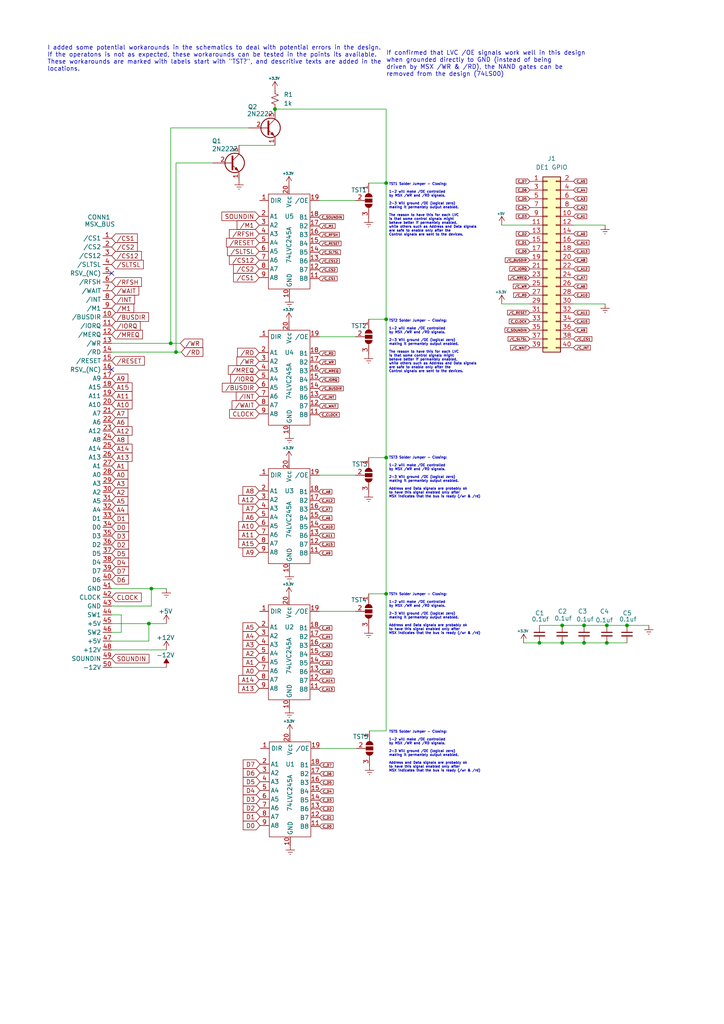
<source format=kicad_sch>
(kicad_sch (version 20211123) (generator eeschema)
  (paper "A4" portrait)
  (title_block (title "MSX IDC Adapter") (rev "0.1") (company "RCC") (comment 1 "Not ready for manufactoring (WIP)"))
  (lib_symbols
    (symbol "74LVC245A_1"
      (property "Reference" "U" (at 0 0 0))
      (property "Value" "74LVC245A_1" (at 0 0 0))
      (symbol "74LVC245A_1_1_1"
        (pin input line (at -67.183 87.63 0) (length 2.54) (name "DIR") (number "1"))
        (pin power_in line (at -58.547 59.436 90) (length 2.54) (name "GND") (number "10"))
        (pin bidirectional line (at -50.038 65.024 180) (length 2.54) (name "B8") (number "11"))
        (pin bidirectional line (at -50.038 67.564 180) (length 2.54) (name "B7") (number "12"))
        (pin bidirectional line (at -50.038 70.104 180) (length 2.54) (name "B6") (number "13"))
        (pin bidirectional line (at -50.038 72.644 180) (length 2.54) (name "B5") (number "14"))
        (pin bidirectional line (at -50.038 75.184 180) (length 2.54) (name "B4") (number "15"))
        (pin bidirectional line (at -50.038 77.724 180) (length 2.54) (name "B3") (number "16"))
        (pin bidirectional line (at -50.038 80.264 180) (length 2.54) (name "B2") (number "17"))
        (pin bidirectional line (at -50.038 82.804 180) (length 2.54) (name "B1") (number "18"))
        (pin input line (at -49.911 87.63 180) (length 2.54) (name "/OE") (number "19"))
        (pin bidirectional line (at -67.31 83.058 0) (length 2.54) (name "A1") (number "2"))
        (pin power_in line (at -58.674 92.075 270) (length 2.54) (name "Vcc") (number "20"))
        (pin bidirectional line (at -67.31 80.518 0) (length 2.54) (name "A2") (number "3"))
        (pin bidirectional line (at -67.31 77.978 0) (length 2.54) (name "A3") (number "4"))
        (pin bidirectional line (at -67.31 75.438 0) (length 2.54) (name "A4") (number "5"))
        (pin bidirectional line (at -67.31 72.898 0) (length 2.54) (name "A5") (number "6"))
        (pin bidirectional line (at -67.31 70.358 0) (length 2.54) (name "A6") (number "7"))
        (pin bidirectional line (at -67.31 67.818 0) (length 2.54) (name "A7") (number "8"))
        (pin bidirectional line (at -67.31 65.278 0) (length 2.54) (name "A8") (number "9"))
      )
    )
    (symbol "74LVC245A_2"
      (property "Reference" "U" (at 0 0 0))
      (property "Value" "74LVC245A_2" (at 0 0 0))
      (symbol "74LVC245A_2_1_1"
        (pin input line (at -67.183 87.63 0) (length 2.54) (name "DIR") (number "1"))
        (pin power_in line (at -58.547 59.436 90) (length 2.54) (name "GND") (number "10"))
        (pin bidirectional line (at -50.038 65.024 180) (length 2.54) (name "B8") (number "11"))
        (pin bidirectional line (at -50.038 67.564 180) (length 2.54) (name "B7") (number "12"))
        (pin bidirectional line (at -50.038 70.104 180) (length 2.54) (name "B6") (number "13"))
        (pin bidirectional line (at -50.038 72.644 180) (length 2.54) (name "B5") (number "14"))
        (pin bidirectional line (at -50.038 75.184 180) (length 2.54) (name "B4") (number "15"))
        (pin bidirectional line (at -50.038 77.724 180) (length 2.54) (name "B3") (number "16"))
        (pin bidirectional line (at -50.038 80.264 180) (length 2.54) (name "B2") (number "17"))
        (pin bidirectional line (at -50.038 82.804 180) (length 2.54) (name "B1") (number "18"))
        (pin input line (at -49.911 87.63 180) (length 2.54) (name "/OE") (number "19"))
        (pin bidirectional line (at -67.31 83.058 0) (length 2.54) (name "A1") (number "2"))
        (pin power_in line (at -58.674 92.075 270) (length 2.54) (name "Vcc") (number "20"))
        (pin bidirectional line (at -67.31 80.518 0) (length 2.54) (name "A2") (number "3"))
        (pin bidirectional line (at -67.31 77.978 0) (length 2.54) (name "A3") (number "4"))
        (pin bidirectional line (at -67.31 75.438 0) (length 2.54) (name "A4") (number "5"))
        (pin bidirectional line (at -67.31 72.898 0) (length 2.54) (name "A5") (number "6"))
        (pin bidirectional line (at -67.31 70.358 0) (length 2.54) (name "A6") (number "7"))
        (pin bidirectional line (at -67.31 67.818 0) (length 2.54) (name "A7") (number "8"))
        (pin bidirectional line (at -67.31 65.278 0) (length 2.54) (name "A8") (number "9"))
      )
    )
    (symbol "74LVC245A_3"
      (property "Reference" "U" (at 0 0 0))
      (property "Value" "74LVC245A_3" (at 0 0 0))
      (symbol "74LVC245A_3_1_1"
        (pin input line (at -67.183 87.63 0) (length 2.54) (name "DIR") (number "1"))
        (pin power_in line (at -58.547 59.436 90) (length 2.54) (name "GND") (number "10"))
        (pin bidirectional line (at -50.038 65.024 180) (length 2.54) (name "B8") (number "11"))
        (pin bidirectional line (at -50.038 67.564 180) (length 2.54) (name "B7") (number "12"))
        (pin bidirectional line (at -50.038 70.104 180) (length 2.54) (name "B6") (number "13"))
        (pin bidirectional line (at -50.038 72.644 180) (length 2.54) (name "B5") (number "14"))
        (pin bidirectional line (at -50.038 75.184 180) (length 2.54) (name "B4") (number "15"))
        (pin bidirectional line (at -50.038 77.724 180) (length 2.54) (name "B3") (number "16"))
        (pin bidirectional line (at -50.038 80.264 180) (length 2.54) (name "B2") (number "17"))
        (pin bidirectional line (at -50.038 82.804 180) (length 2.54) (name "B1") (number "18"))
        (pin input line (at -49.911 87.63 180) (length 2.54) (name "/OE") (number "19"))
        (pin bidirectional line (at -67.31 83.058 0) (length 2.54) (name "A1") (number "2"))
        (pin power_in line (at -58.674 92.075 270) (length 2.54) (name "Vcc") (number "20"))
        (pin bidirectional line (at -67.31 80.518 0) (length 2.54) (name "A2") (number "3"))
        (pin bidirectional line (at -67.31 77.978 0) (length 2.54) (name "A3") (number "4"))
        (pin bidirectional line (at -67.31 75.438 0) (length 2.54) (name "A4") (number "5"))
        (pin bidirectional line (at -67.31 72.898 0) (length 2.54) (name "A5") (number "6"))
        (pin bidirectional line (at -67.31 70.358 0) (length 2.54) (name "A6") (number "7"))
        (pin bidirectional line (at -67.31 67.818 0) (length 2.54) (name "A7") (number "8"))
        (pin bidirectional line (at -67.31 65.278 0) (length 2.54) (name "A8") (number "9"))
      )
    )
    (symbol "74LVC245A_4"
      (property "Reference" "U" (at 0 0 0))
      (property "Value" "74LVC245A_4" (at 0 0 0))
      (symbol "74LVC245A_4_1_1"
        (pin input line (at -67.183 87.63 0) (length 2.54) (name "DIR") (number "1"))
        (pin power_in line (at -58.547 59.436 90) (length 2.54) (name "GND") (number "10"))
        (pin bidirectional line (at -50.038 65.024 180) (length 2.54) (name "B8") (number "11"))
        (pin bidirectional line (at -50.038 67.564 180) (length 2.54) (name "B7") (number "12"))
        (pin bidirectional line (at -50.038 70.104 180) (length 2.54) (name "B6") (number "13"))
        (pin bidirectional line (at -50.038 72.644 180) (length 2.54) (name "B5") (number "14"))
        (pin bidirectional line (at -50.038 75.184 180) (length 2.54) (name "B4") (number "15"))
        (pin bidirectional line (at -50.038 77.724 180) (length 2.54) (name "B3") (number "16"))
        (pin bidirectional line (at -50.038 80.264 180) (length 2.54) (name "B2") (number "17"))
        (pin bidirectional line (at -50.038 82.804 180) (length 2.54) (name "B1") (number "18"))
        (pin input line (at -49.911 87.63 180) (length 2.54) (name "/OE") (number "19"))
        (pin bidirectional line (at -67.31 83.058 0) (length 2.54) (name "A1") (number "2"))
        (pin power_in line (at -58.674 92.075 270) (length 2.54) (name "Vcc") (number "20"))
        (pin bidirectional line (at -67.31 80.518 0) (length 2.54) (name "A2") (number "3"))
        (pin bidirectional line (at -67.31 77.978 0) (length 2.54) (name "A3") (number "4"))
        (pin bidirectional line (at -67.31 75.438 0) (length 2.54) (name "A4") (number "5"))
        (pin bidirectional line (at -67.31 72.898 0) (length 2.54) (name "A5") (number "6"))
        (pin bidirectional line (at -67.31 70.358 0) (length 2.54) (name "A6") (number "7"))
        (pin bidirectional line (at -67.31 67.818 0) (length 2.54) (name "A7") (number "8"))
        (pin bidirectional line (at -67.31 65.278 0) (length 2.54) (name "A8") (number "9"))
      )
    )
    (symbol "Connector_Generic:Conn_02x20_Odd_Even" (pin_names (offset 1.016) hide)
      (property "Reference" "J" (at 1.27 25.4 0))
      (property "Value" "Conn_02x20_Odd_Even" (at 1.27 -27.94 0))
      (symbol "Conn_02x20_Odd_Even_1_1"
        (pin passive line (at -5.08 22.86 0) (length 3.81) (name "Pin_1") (number "1"))
        (pin passive line (at 7.62 12.7 180) (length 3.81) (name "Pin_10") (number "10"))
        (pin passive line (at -5.08 10.16 0) (length 3.81) (name "Pin_11") (number "11"))
        (pin passive line (at 7.62 10.16 180) (length 3.81) (name "Pin_12") (number "12"))
        (pin passive line (at -5.08 7.62 0) (length 3.81) (name "Pin_13") (number "13"))
        (pin passive line (at 7.62 7.62 180) (length 3.81) (name "Pin_14") (number "14"))
        (pin passive line (at -5.08 5.08 0) (length 3.81) (name "Pin_15") (number "15"))
        (pin passive line (at 7.62 5.08 180) (length 3.81) (name "Pin_16") (number "16"))
        (pin passive line (at -5.08 2.54 0) (length 3.81) (name "Pin_17") (number "17"))
        (pin passive line (at 7.62 2.54 180) (length 3.81) (name "Pin_18") (number "18"))
        (pin passive line (at -5.08 0 0) (length 3.81) (name "Pin_19") (number "19"))
        (pin passive line (at 7.62 22.86 180) (length 3.81) (name "Pin_2") (number "2"))
        (pin passive line (at 7.62 0 180) (length 3.81) (name "Pin_20") (number "20"))
        (pin passive line (at -5.08 -2.54 0) (length 3.81) (name "Pin_21") (number "21"))
        (pin passive line (at 7.62 -2.54 180) (length 3.81) (name "Pin_22") (number "22"))
        (pin passive line (at -5.08 -5.08 0) (length 3.81) (name "Pin_23") (number "23"))
        (pin passive line (at 7.62 -5.08 180) (length 3.81) (name "Pin_24") (number "24"))
        (pin passive line (at -5.08 -7.62 0) (length 3.81) (name "Pin_25") (number "25"))
        (pin passive line (at 7.62 -7.62 180) (length 3.81) (name "Pin_26") (number "26"))
        (pin passive line (at -5.08 -10.16 0) (length 3.81) (name "Pin_27") (number "27"))
        (pin passive line (at 7.62 -10.16 180) (length 3.81) (name "Pin_28") (number "28"))
        (pin passive line (at -5.08 -12.7 0) (length 3.81) (name "Pin_29") (number "29"))
        (pin passive line (at -5.08 20.32 0) (length 3.81) (name "Pin_3") (number "3"))
        (pin passive line (at 7.62 -12.7 180) (length 3.81) (name "Pin_30") (number "30"))
        (pin passive line (at -5.08 -15.24 0) (length 3.81) (name "Pin_31") (number "31"))
        (pin passive line (at 7.62 -15.24 180) (length 3.81) (name "Pin_32") (number "32"))
        (pin passive line (at -5.08 -17.78 0) (length 3.81) (name "Pin_33") (number "33"))
        (pin passive line (at 7.62 -17.78 180) (length 3.81) (name "Pin_34") (number "34"))
        (pin passive line (at -5.08 -20.32 0) (length 3.81) (name "Pin_35") (number "35"))
        (pin passive line (at 7.62 -20.32 180) (length 3.81) (name "Pin_36") (number "36"))
        (pin passive line (at -5.08 -22.86 0) (length 3.81) (name "Pin_37") (number "37"))
        (pin passive line (at 7.62 -22.86 180) (length 3.81) (name "Pin_38") (number "38"))
        (pin passive line (at -5.08 -25.4 0) (length 3.81) (name "Pin_39") (number "39"))
        (pin passive line (at 7.62 20.32 180) (length 3.81) (name "Pin_4") (number "4"))
        (pin passive line (at 7.62 -25.4 180) (length 3.81) (name "Pin_40") (number "40"))
        (pin passive line (at -5.08 17.78 0) (length 3.81) (name "Pin_5") (number "5"))
        (pin passive line (at 7.62 17.78 180) (length 3.81) (name "Pin_6") (number "6"))
        (pin passive line (at -5.08 15.24 0) (length 3.81) (name "Pin_7") (number "7"))
        (pin passive line (at 7.62 15.24 180) (length 3.81) (name "Pin_8") (number "8"))
        (pin passive line (at -5.08 12.7 0) (length 3.81) (name "Pin_9") (number "9"))
      )
    )
    (symbol "Device:C_Small" (pin_numbers hide) (pin_names (offset 0.254) hide)
      (property "Reference" "C" (at 0.254 1.778 0))
      (property "Value" "C_Small" (at 0.254 -2.032 0))
      (symbol "C_Small_1_1"
        (pin passive line (at 0 2.54 270) (length 2.032) (name "~") (number "1"))
        (pin passive line (at 0 -2.54 90) (length 2.032) (name "~") (number "2"))
      )
    )
    (symbol "Device:R_Small_US" (pin_numbers hide) (pin_names (offset 0.254) hide)
      (property "Reference" "R" (at 0.762 0.508 0))
      (property "Value" "R_Small_US" (at 0.762 -1.016 0))
      (symbol "R_Small_US_1_1"
        (pin passive line (at 0 2.54 270) (length 1.016) (name "~") (number "1"))
        (pin passive line (at 0 -2.54 90) (length 1.016) (name "~") (number "2"))
      )
    )
    (symbol "Jumper:SolderJumper_3_Open" (pin_names (offset 0) hide)
      (property "Reference" "JP" (at -2.54 -2.54 0))
      (property "Value" "SolderJumper_3_Open" (at 0 2.794 0))
      (symbol "SolderJumper_3_Open_1_1"
        (pin passive line (at -5.08 0 0) (length 2.54) (name "A") (number "1"))
        (pin passive line (at 0 -3.81 90) (length 2.54) (name "C") (number "2"))
        (pin passive line (at 5.08 0 180) (length 2.54) (name "B") (number "3"))
      )
    )
    (symbol "Roni:74LVC245A"
      (property "Reference" "U" (at 0 0 0))
      (property "Value" "74LVC245A" (at 0 0 0))
      (symbol "74LVC245A_1_1"
        (pin input line (at -67.183 87.63 0) (length 2.54) (name "DIR") (number "1"))
        (pin power_in line (at -58.547 59.436 90) (length 2.54) (name "GND") (number "10"))
        (pin bidirectional line (at -50.038 65.024 180) (length 2.54) (name "B8") (number "11"))
        (pin bidirectional line (at -50.038 67.564 180) (length 2.54) (name "B7") (number "12"))
        (pin bidirectional line (at -50.038 70.104 180) (length 2.54) (name "B6") (number "13"))
        (pin bidirectional line (at -50.038 72.644 180) (length 2.54) (name "B5") (number "14"))
        (pin bidirectional line (at -50.038 75.184 180) (length 2.54) (name "B4") (number "15"))
        (pin bidirectional line (at -50.038 77.724 180) (length 2.54) (name "B3") (number "16"))
        (pin bidirectional line (at -50.038 80.264 180) (length 2.54) (name "B2") (number "17"))
        (pin bidirectional line (at -50.038 82.804 180) (length 2.54) (name "B1") (number "18"))
        (pin input line (at -49.911 87.63 180) (length 2.54) (name "/OE") (number "19"))
        (pin bidirectional line (at -67.31 83.058 0) (length 2.54) (name "A1") (number "2"))
        (pin power_in line (at -58.674 92.075 270) (length 2.54) (name "Vcc") (number "20"))
        (pin bidirectional line (at -67.31 80.518 0) (length 2.54) (name "A2") (number "3"))
        (pin bidirectional line (at -67.31 77.978 0) (length 2.54) (name "A3") (number "4"))
        (pin bidirectional line (at -67.31 75.438 0) (length 2.54) (name "A4") (number "5"))
        (pin bidirectional line (at -67.31 72.898 0) (length 2.54) (name "A5") (number "6"))
        (pin bidirectional line (at -67.31 70.358 0) (length 2.54) (name "A6") (number "7"))
        (pin bidirectional line (at -67.31 67.818 0) (length 2.54) (name "A7") (number "8"))
        (pin bidirectional line (at -67.31 65.278 0) (length 2.54) (name "A8") (number "9"))
      )
    )
    (symbol "Roni:MSX_BUS"
      (property "Reference" "U" (at 0 0 0))
      (property "Value" "MSX_BUS" (at 0 0 0))
      (symbol "MSX_BUS_1_1"
        (pin output line (at -67.945 88.392 180) (length 2.54) (name "/CS1") (number "1"))
        (pin output line (at -67.945 65.532 180) (length 2.54) (name "/BUSDIR") (number "10"))
        (pin output line (at -67.945 62.992 180) (length 2.54) (name "/IORQ") (number "11"))
        (pin output line (at -67.945 60.452 180) (length 2.54) (name "/MERQ") (number "12"))
        (pin output line (at -67.945 57.912 180) (length 2.54) (name "/WR") (number "13"))
        (pin output line (at -67.945 55.372 180) (length 2.54) (name "/RD") (number "14"))
        (pin input line (at -67.945 52.832 180) (length 2.54) (name "/RESET") (number "15"))
        (pin output line (at -67.945 50.292 180) (length 2.54) (name "RSV_(NC)") (number "16"))
        (pin output line (at -67.945 47.752 180) (length 2.54) (name "A9") (number "17"))
        (pin output line (at -67.945 45.212 180) (length 2.54) (name "A15") (number "18"))
        (pin output line (at -67.945 42.672 180) (length 2.54) (name "A11") (number "19"))
        (pin output line (at -67.945 85.852 180) (length 2.54) (name "/CS2") (number "2"))
        (pin output line (at -67.945 40.132 180) (length 2.54) (name "A10") (number "20"))
        (pin output line (at -67.945 37.592 180) (length 2.54) (name "A7") (number "21"))
        (pin output line (at -67.945 35.052 180) (length 2.54) (name "A6") (number "22"))
        (pin output line (at -67.945 32.512 180) (length 2.54) (name "A12") (number "23"))
        (pin output line (at -67.945 29.972 180) (length 2.54) (name "A8") (number "24"))
        (pin output line (at -67.945 27.432 180) (length 2.54) (name "A14") (number "25"))
        (pin output line (at -67.945 24.892 180) (length 2.54) (name "A13") (number "26"))
        (pin output line (at -67.945 22.352 180) (length 2.54) (name "A1") (number "27"))
        (pin output line (at -67.945 19.812 180) (length 2.54) (name "A0") (number "28"))
        (pin output line (at -67.945 17.272 180) (length 2.54) (name "A3") (number "29"))
        (pin output line (at -67.945 83.312 180) (length 2.54) (name "/CS12") (number "3"))
        (pin output line (at -67.945 14.732 180) (length 2.54) (name "A2") (number "30"))
        (pin output line (at -67.945 12.192 180) (length 2.54) (name "A5") (number "31"))
        (pin output line (at -67.945 9.652 180) (length 2.54) (name "A4") (number "32"))
        (pin output line (at -67.945 7.112 180) (length 2.54) (name "D1") (number "33"))
        (pin output line (at -67.945 4.572 180) (length 2.54) (name "D0") (number "34"))
        (pin output line (at -67.945 2.032 180) (length 2.54) (name "D3") (number "35"))
        (pin output line (at -67.945 -0.508 180) (length 2.54) (name "D2") (number "36"))
        (pin output line (at -67.945 -3.048 180) (length 2.54) (name "D5") (number "37"))
        (pin output line (at -67.945 -5.588 180) (length 2.54) (name "D4") (number "38"))
        (pin output line (at -67.945 -8.128 180) (length 2.54) (name "D7") (number "39"))
        (pin output line (at -67.945 80.772 180) (length 2.54) (name "/SLTSL") (number "4"))
        (pin output line (at -67.945 -10.668 180) (length 2.54) (name "D6") (number "40"))
        (pin output line (at -67.945 -13.208 180) (length 2.54) (name "GND") (number "41"))
        (pin output line (at -67.945 -15.748 180) (length 2.54) (name "CLOCK") (number "42"))
        (pin output line (at -67.945 -18.288 180) (length 2.54) (name "GND") (number "43"))
        (pin output line (at -67.945 -20.828 180) (length 2.54) (name "SW1") (number "44"))
        (pin output line (at -67.945 -23.368 180) (length 2.54) (name "+5V") (number "45"))
        (pin output line (at -67.945 -25.908 180) (length 2.54) (name "SW2") (number "46"))
        (pin output line (at -67.945 -28.448 180) (length 2.54) (name "+5V") (number "47"))
        (pin output line (at -67.945 -30.988 180) (length 2.54) (name "+12V") (number "48"))
        (pin output line (at -67.945 -33.528 180) (length 2.54) (name "SOUNDIN") (number "49"))
        (pin output line (at -67.945 78.232 180) (length 2.54) (name "RSV_(NC)") (number "5"))
        (pin output line (at -67.945 -36.068 180) (length 2.54) (name "-12V") (number "50"))
        (pin output line (at -67.945 75.692 180) (length 2.54) (name "/RFSH") (number "6"))
        (pin output line (at -67.945 73.152 180) (length 2.54) (name "/WAIT") (number "7"))
        (pin output line (at -67.945 70.612 180) (length 2.54) (name "/INT") (number "8"))
        (pin output line (at -67.945 68.072 180) (length 2.54) (name "/M1") (number "9"))
      )
    )
    (symbol "Transistor_BJT:2N2219" (pin_names (offset 0) hide)
      (property "Reference" "Q" (at 5.08 1.905 0))
      (property "Value" "2N2219" (at 5.08 0 0))
      (symbol "2N2219_1_1"
        (pin passive line (at 2.54 -5.08 90) (length 2.54) (name "E") (number "1"))
        (pin passive line (at -5.08 0 0) (length 5.715) (name "B") (number "2"))
        (pin passive line (at 2.54 5.08 270) (length 2.54) (name "C") (number "3"))
      )
    )
    (symbol "power:+12V" (power) (pin_names (offset 0))
      (property "Value" "+12V" (at 0 3.556 0))
      (symbol "+12V_1_1"
        (pin power_in line (at 0 0 90) (length 0) hide (name "+12V") (number "1"))
      )
    )
    (symbol "power:+3.3V" (power) (pin_names (offset 0))
      (property "Value" "+3.3V" (at 0 3.556 0))
      (symbol "+3.3V_1_1"
        (pin power_in line (at 0 0 90) (length 0) hide (name "+3.3V") (number "1"))
      )
    )
    (symbol "power:+5V" (power) (pin_names (offset 0))
      (property "Value" "+5V" (at 0 3.556 0))
      (symbol "+5V_1_1"
        (pin power_in line (at 0 0 90) (length 0) hide (name "+5V") (number "1"))
      )
    )
    (symbol "power:-12V" (power) (pin_names (offset 0))
      (property "Value" "-12V" (at 0 3.81 0))
      (symbol "-12V_0_0"
        (pin power_in line (at 0 0 90) (length 0) hide (name "-12V") (number "1"))
      )
    )
    (symbol "power:GNDREF" (power) (pin_names (offset 0))
      (property "Value" "GNDREF" (at 0 -3.81 0))
      (symbol "GNDREF_1_1"
        (pin power_in line (at 0 0 270) (length 0) hide (name "GNDREF") (number "1"))
      )
    )
  )
  (junction (at 163.068 181.356))
  (junction (at 176.022 181.356))
  (junction (at 169.418 181.356))
  (junction (at 112.014 92.583))
  (junction (at 43.18 180.848))
  (junction (at 79.756 31.6399))
  (junction (at 169.418 186.436))
  (junction (at 181.864 181.356))
  (junction (at 49.53 99.568))
  (junction (at 112.014 53.086))
  (junction (at 112.014 132.715))
  (junction (at 51.054 102.108))
  (junction (at 163.068 186.436))
  (junction (at 156.464 186.436))
  (junction (at 112.014 172.212))
  (junction (at 43.9077 170.688))
  (junction (at 176.022 186.436))
  (no_connect (at 32.385 79.248))
  (no_connect (at 32.385 107.188))
  (wire (pts (xy 49.53 99.568) (xy 49.53 37.084)))
  (wire (pts (xy 43.18 180.848) (xy 43.18 185.928)))
  (wire (pts (xy 112.014 31.6399) (xy 112.014 53.086)))
  (wire (pts (xy 145.542 65.278) (xy 153.67 65.278)))
  (wire (pts (xy 112.014 92.583) (xy 112.014 132.715)))
  (wire (pts (xy 106.934 53.086) (xy 112.014 53.086)))
  (wire (pts (xy 49.53 37.084) (xy 72.136 37.084)))
  (wire (pts (xy 145.542 88.138) (xy 153.67 88.138)))
  (wire (pts (xy 69.342 42.164) (xy 79.756 42.164)))
  (wire (pts (xy 176.022 181.356) (xy 181.864 181.356)))
  (wire (pts (xy 43.9077 175.768) (xy 43.9077 170.688)))
  (wire (pts (xy 43.9077 170.688) (xy 48.26 170.688)))
  (wire (pts (xy 169.418 181.356) (xy 176.022 181.356)))
  (wire (pts (xy 176.022 186.436) (xy 181.864 186.436)))
  (wire (pts (xy 79.756 31.242) (xy 79.756 31.6399)))
  (wire (pts (xy 92.583 58.166) (xy 103.124 58.166)))
  (wire (pts (xy 112.014 31.6399) (xy 79.756 31.6399)))
  (wire (pts (xy 156.464 181.356) (xy 163.068 181.356)))
  (wire (pts (xy 166.37 65.278) (xy 175.514 65.278)))
  (wire (pts (xy 51.054 102.108) (xy 52.578 102.108)))
  (wire (pts (xy 163.068 181.356) (xy 169.418 181.356)))
  (wire (pts (xy 112.014 132.715) (xy 112.014 172.212)))
  (wire (pts (xy 106.934 172.212) (xy 112.014 172.212)))
  (wire (pts (xy 32.385 193.548) (xy 48.26 193.548)))
  (wire (pts (xy 92.583 97.663) (xy 103.124 97.663)))
  (wire (pts (xy 51.054 47.244) (xy 51.054 102.108)))
  (wire (pts (xy 181.864 181.356) (xy 188.214 181.356)))
  (wire (pts (xy 106.934 92.583) (xy 112.014 92.583)))
  (wire (pts (xy 32.385 188.468) (xy 48.26 188.468)))
  (wire (pts (xy 166.37 88.138) (xy 175.514 88.138)))
  (wire (pts (xy 35.1862 183.388) (xy 32.385 183.388)))
  (wire (pts (xy 32.385 178.308) (xy 35.1862 178.308)))
  (wire (pts (xy 32.385 99.568) (xy 49.53 99.568)))
  (wire (pts (xy 61.722 47.244) (xy 51.054 47.244)))
  (wire (pts (xy 43.18 180.848) (xy 48.26 180.848)))
  (wire (pts (xy 112.014 172.212) (xy 112.014 211.963)))
  (wire (pts (xy 92.583 177.292) (xy 103.124 177.292)))
  (wire (pts (xy 112.014 211.963) (xy 107.188 211.963)))
  (wire (pts (xy 163.068 186.436) (xy 169.418 186.436)))
  (wire (pts (xy 92.583 137.795) (xy 103.124 137.795)))
  (wire (pts (xy 32.385 175.768) (xy 43.9077 175.768)))
  (wire (pts (xy 79.756 31.6399) (xy 79.756 32.004)))
  (wire (pts (xy 32.385 170.688) (xy 43.9077 170.688)))
  (wire (pts (xy 32.385 185.928) (xy 43.18 185.928)))
  (wire (pts (xy 49.53 99.568) (xy 52.324 99.568)))
  (wire (pts (xy 32.385 180.848) (xy 43.18 180.848)))
  (wire (pts (xy 151.892 186.436) (xy 156.464 186.436)))
  (wire (pts (xy 35.1862 178.308) (xy 35.1862 183.388)))
  (wire (pts (xy 156.464 186.436) (xy 163.068 186.436)))
  (wire (pts (xy 112.014 53.086) (xy 112.014 92.583)))
  (wire (pts (xy 32.385 102.108) (xy 51.054 102.108)))
  (wire (pts (xy 106.934 132.715) (xy 112.014 132.715)))
  (wire (pts (xy 169.418 186.436) (xy 176.022 186.436)))
  (wire (pts (xy 92.837 217.043) (xy 103.378 217.043)))
  (text "I added some potential workarounds in the schematics to deal with potential errors in the design.\nIf the operatons is not as expected, these workarounds can be tested in the points its available.\nThese workarounds are marked with labels start with \"TST?\", and descritive texts are added in the\nlocations." (at 13.716 20.828 0) (effects (font (size 1.27 1.27)) (justify left bottom)))
  (text "TST4 Solder Jumper - Closing:\n\n1-2 will make /OE controlled\nby MSX /WR and /RD signals.\n\n2-3 Will ground /OE (logical zero)\nmaking it permantely output enabled.\n\nAddress and Data signals are probably ok\nto have this signal enabled only after \nMSX indicates that the bus is ready (/wr & /rd)" (at 112.776 184.15 0) (effects (font (size 0.7 0.7)) (justify left bottom)))
  (text "If confirmed that LVC /OE signals work well in this design \nwhen grounded directly to GND (instead of being\ndriven by MSX /WR & /RD), the NAND gates can be\nremoved from the design (74LS00)" (at 112.014 22.352 0) (effects (font (size 1.27 1.27)) (justify left bottom)))
  (text "TST1 Solder Jumper - Closing:\n\n1-2 will make /OE controlled\nby MSX /WR and /RD signals.\n\n2-3 Will ground /OE (logical zero)\nmaking it permantely output enabled.\n\nThe reason to have this for each LVC \nis that some control signals might \nbehave better if permantely enabled,\nwhile others such as Address and Data signals\nare safe to enable only after the \nControl signals are sent to the devices." (at 112.776 68.58 0) (effects (font (size 0.7 0.7)) (justify left bottom)))
  (text "TST3 Solder Jumper - Closing:\n\n1-2 will make /OE controlled\nby MSX /WR and /RD signals.\n\n2-3 Will ground /OE (logical zero)\nmaking it permantely output enabled.\n\nAddress and Data signals are probably ok\nto have this signal enabled only after \nMSX indicates that the bus is ready (/wr & /rd)" (at 112.776 144.526 0) (effects (font (size 0.7 0.7)) (justify left bottom)))
  (text "TST2 Solder Jumper - Closing:\n\n1-2 will make /OE controlled\nby MSX /WR and /RD signals.\n\n2-3 Will ground /OE (logical zero)\nmaking it permantely output enabled.\n\nThe reason to have this for each LVC \nis that some control signals might \nbehave better if permantely enabled,\nwhile others such as Address and Data signals\nare safe to enable only after the \nControl signals are sent to the devices." (at 112.776 108.204 0) (effects (font (size 0.7 0.7)) (justify left bottom)))
  (text "TST5 Solder Jumper - Closing:\n\n1-2 will make /OE controlled\nby MSX /WR and /RD signals.\n\n2-3 Will ground /OE (logical zero)\nmaking it permantely output enabled.\n\nAddress and Data signals are probably ok\nto have this signal enabled only after \nMSX indicates that the bus is ready (/wr & /rd)" (at 112.776 224.028 0) (effects (font (size 0.7 0.7)) (justify left bottom)))
  (global_label "C_D5" (shape input) (at 153.67 57.658 180) (effects (font (size 0.7 0.7))) (property "Intersheet References" "${INTERSHEET_REFS}" (effects hide)))
  (global_label "{slash}C_RFSH" (shape input) (at 92.456 68.072 0) (effects (font (size 0.7 0.7))) (property "Intersheet References" "${INTERSHEET_REFS}" (effects hide)))
  (global_label "D4" (shape input) (at 32.385 163.068 0) (property "Intersheet References" "${INTERSHEET_REFS}" (effects hide)))
  (global_label "A9" (shape input) (at 75.184 160.147 180) (property "Intersheet References" "${INTERSHEET_REFS}" (effects hide)))
  (global_label "{slash}MREQ" (shape input) (at 75.184 107.315 180) (property "Intersheet References" "${INTERSHEET_REFS}" (effects hide)))
  (global_label "{slash}C_RD" (shape input) (at 92.456 102.489 0) (effects (font (size 0.7 0.7))) (property "Intersheet References" "${INTERSHEET_REFS}" (effects hide)))
  (global_label "C_A13" (shape input) (at 92.456 199.898 0) (effects (font (size 0.7 0.7))) (property "Intersheet References" "${INTERSHEET_REFS}" (effects hide)))
  (global_label "{slash}C_CS1" (shape input) (at 92.456 80.772 0) (effects (font (size 0.7 0.7))) (property "Intersheet References" "${INTERSHEET_REFS}" (effects hide)))
  (global_label "A11" (shape input) (at 32.385 114.808 0) (property "Intersheet References" "${INTERSHEET_REFS}" (effects hide)))
  (global_label "C_A6" (shape input) (at 92.456 150.241 0) (effects (font (size 0.7 0.7))) (property "Intersheet References" "${INTERSHEET_REFS}" (effects hide)))
  (global_label "C_A7" (shape input) (at 166.37 80.518 0) (effects (font (size 0.7 0.7))) (property "Intersheet References" "${INTERSHEET_REFS}" (effects hide)))
  (global_label "C_A4" (shape input) (at 166.37 55.118 0) (effects (font (size 0.7 0.7))) (property "Intersheet References" "${INTERSHEET_REFS}" (effects hide)))
  (global_label "{slash}WAIT" (shape input) (at 32.385 84.328 0) (property "Intersheet References" "${INTERSHEET_REFS}" (effects hide)))
  (global_label "D5" (shape input) (at 32.385 160.528 0) (property "Intersheet References" "${INTERSHEET_REFS}" (effects hide)))
  (global_label "{slash}C_RD" (shape input) (at 153.67 85.598 180) (effects (font (size 0.7 0.7))) (property "Intersheet References" "${INTERSHEET_REFS}" (effects hide)))
  (global_label "D5" (shape input) (at 75.438 226.695 180) (property "Intersheet References" "${INTERSHEET_REFS}" (effects hide)))
  (global_label "C_A0" (shape input) (at 166.37 67.818 0) (effects (font (size 0.7 0.7))) (property "Intersheet References" "${INTERSHEET_REFS}" (effects hide)))
  (global_label "C_A2" (shape input) (at 166.37 60.198 0) (effects (font (size 0.7 0.7))) (property "Intersheet References" "${INTERSHEET_REFS}" (effects hide)))
  (global_label "A13" (shape input) (at 32.385 132.588 0) (property "Intersheet References" "${INTERSHEET_REFS}" (effects hide)))
  (global_label "C_D0" (shape input) (at 92.71 239.649 0) (effects (font (size 0.7 0.7))) (property "Intersheet References" "${INTERSHEET_REFS}" (effects hide)))
  (global_label "C_D0" (shape input) (at 153.67 72.898 180) (effects (font (size 0.7 0.7))) (property "Intersheet References" "${INTERSHEET_REFS}" (effects hide)))
  (global_label "C_SOUNDIN" (shape input) (at 92.456 62.992 0) (effects (font (size 0.7 0.7))) (property "Intersheet References" "${INTERSHEET_REFS}" (effects hide)))
  (global_label "{slash}C_SLTSL" (shape input) (at 92.456 73.152 0) (effects (font (size 0.7 0.7))) (property "Intersheet References" "${INTERSHEET_REFS}" (effects hide)))
  (global_label "{slash}MREQ" (shape input) (at 32.385 97.028 0) (property "Intersheet References" "${INTERSHEET_REFS}" (effects hide)))
  (global_label "{slash}RFSH" (shape input) (at 75.184 67.818 180) (property "Intersheet References" "${INTERSHEET_REFS}" (effects hide)))
  (global_label "C_D7" (shape input) (at 92.71 221.869 0) (effects (font (size 0.7 0.7))) (property "Intersheet References" "${INTERSHEET_REFS}" (effects hide)))
  (global_label "{slash}CS2" (shape input) (at 32.385 71.628 0) (property "Intersheet References" "${INTERSHEET_REFS}" (effects hide)))
  (global_label "D7" (shape input) (at 32.385 165.608 0) (property "Intersheet References" "${INTERSHEET_REFS}" (effects hide)))
  (global_label "A5" (shape input) (at 32.385 145.288 0) (property "Intersheet References" "${INTERSHEET_REFS}" (effects hide)))
  (global_label "{slash}C_WR" (shape input) (at 92.456 105.029 0) (effects (font (size 0.7 0.7))) (property "Intersheet References" "${INTERSHEET_REFS}" (effects hide)))
  (global_label "C_A12" (shape input) (at 92.456 145.161 0) (effects (font (size 0.7 0.7))) (property "Intersheet References" "${INTERSHEET_REFS}" (effects hide)))
  (global_label "{slash}BUSDIR" (shape input) (at 75.184 112.395 180) (property "Intersheet References" "${INTERSHEET_REFS}" (effects hide)))
  (global_label "A1" (shape input) (at 75.184 192.024 180) (property "Intersheet References" "${INTERSHEET_REFS}" (effects hide)))
  (global_label "C_A10" (shape input) (at 166.37 85.598 0) (effects (font (size 0.7 0.7))) (property "Intersheet References" "${INTERSHEET_REFS}" (effects hide)))
  (global_label "C_A9" (shape input) (at 166.37 95.758 0) (effects (font (size 0.7 0.7))) (property "Intersheet References" "${INTERSHEET_REFS}" (effects hide)))
  (global_label "{slash}RD" (shape input) (at 52.578 102.108 0) (property "Intersheet References" "${INTERSHEET_REFS}" (effects hide)))
  (global_label "A7" (shape input) (at 32.385 119.888 0) (property "Intersheet References" "${INTERSHEET_REFS}" (effects hide)))
  (global_label "A10" (shape input) (at 75.184 152.527 180) (property "Intersheet References" "${INTERSHEET_REFS}" (effects hide)))
  (global_label "{slash}CS2" (shape input) (at 75.184 77.978 180) (property "Intersheet References" "${INTERSHEET_REFS}" (effects hide)))
  (global_label "C_D5" (shape input) (at 92.71 226.949 0) (effects (font (size 0.7 0.7))) (property "Intersheet References" "${INTERSHEET_REFS}" (effects hide)))
  (global_label "C_A8" (shape input) (at 92.456 142.621 0) (effects (font (size 0.7 0.7))) (property "Intersheet References" "${INTERSHEET_REFS}" (effects hide)))
  (global_label "C_A8" (shape input) (at 166.37 75.438 0) (effects (font (size 0.7 0.7))) (property "Intersheet References" "${INTERSHEET_REFS}" (effects hide)))
  (global_label "D6" (shape input) (at 75.438 224.155 180) (property "Intersheet References" "${INTERSHEET_REFS}" (effects hide)))
  (global_label "D3" (shape input) (at 75.438 231.775 180) (property "Intersheet References" "${INTERSHEET_REFS}" (effects hide)))
  (global_label "D0" (shape input) (at 75.438 239.395 180) (property "Intersheet References" "${INTERSHEET_REFS}" (effects hide)))
  (global_label "C_A15" (shape input) (at 166.37 93.218 0) (effects (font (size 0.7 0.7))) (property "Intersheet References" "${INTERSHEET_REFS}" (effects hide)))
  (global_label "C_D2" (shape input) (at 92.71 234.569 0) (effects (font (size 0.7 0.7))) (property "Intersheet References" "${INTERSHEET_REFS}" (effects hide)))
  (global_label "C_CLOCK" (shape input) (at 92.456 120.269 0) (effects (font (size 0.7 0.7))) (property "Intersheet References" "${INTERSHEET_REFS}" (effects hide)))
  (global_label "A9" (shape input) (at 32.385 109.728 0) (property "Intersheet References" "${INTERSHEET_REFS}" (effects hide)))
  (global_label "{slash}C_MREQ" (shape input) (at 153.67 80.518 180) (effects (font (size 0.7 0.7))) (property "Intersheet References" "${INTERSHEET_REFS}" (effects hide)))
  (global_label "C_A3" (shape input) (at 166.37 57.658 0) (effects (font (size 0.7 0.7))) (property "Intersheet References" "${INTERSHEET_REFS}" (effects hide)))
  (global_label "A15" (shape input) (at 75.184 157.607 180) (property "Intersheet References" "${INTERSHEET_REFS}" (effects hide)))
  (global_label "C_D3" (shape input) (at 153.67 62.738 180) (effects (font (size 0.7 0.7))) (property "Intersheet References" "${INTERSHEET_REFS}" (effects hide)))
  (global_label "A12" (shape input) (at 32.385 124.968 0) (property "Intersheet References" "${INTERSHEET_REFS}" (effects hide)))
  (global_label "C_A6" (shape input) (at 166.37 83.058 0) (effects (font (size 0.7 0.7))) (property "Intersheet References" "${INTERSHEET_REFS}" (effects hide)))
  (global_label "C_A12" (shape input) (at 166.37 77.978 0) (effects (font (size 0.7 0.7))) (property "Intersheet References" "${INTERSHEET_REFS}" (effects hide)))
  (global_label "CLOCK" (shape input) (at 75.184 120.015 180) (property "Intersheet References" "${INTERSHEET_REFS}" (effects hide)))
  (global_label "C_A4" (shape input) (at 92.456 184.658 0) (effects (font (size 0.7 0.7))) (property "Intersheet References" "${INTERSHEET_REFS}" (effects hide)))
  (global_label "C_A2" (shape input) (at 92.456 189.738 0) (effects (font (size 0.7 0.7))) (property "Intersheet References" "${INTERSHEET_REFS}" (effects hide)))
  (global_label "{slash}C_INT" (shape input) (at 166.37 100.838 0) (effects (font (size 0.7 0.7))) (property "Intersheet References" "${INTERSHEET_REFS}" (effects hide)))
  (global_label "{slash}CS12" (shape input) (at 75.184 75.438 180) (property "Intersheet References" "${INTERSHEET_REFS}" (effects hide)))
  (global_label "{slash}WR" (shape input) (at 75.184 104.775 180) (property "Intersheet References" "${INTERSHEET_REFS}" (effects hide)))
  (global_label "A6" (shape input) (at 75.184 149.987 180) (property "Intersheet References" "${INTERSHEET_REFS}" (effects hide)))
  (global_label "{slash}M1" (shape input) (at 32.385 89.408 0) (property "Intersheet References" "${INTERSHEET_REFS}" (effects hide)))
  (global_label "{slash}CS1" (shape input) (at 32.385 69.088 0) (property "Intersheet References" "${INTERSHEET_REFS}" (effects hide)))
  (global_label "C_D2" (shape input) (at 153.67 67.818 180) (effects (font (size 0.7 0.7))) (property "Intersheet References" "${INTERSHEET_REFS}" (effects hide)))
  (global_label "A6" (shape input) (at 32.385 122.428 0) (property "Intersheet References" "${INTERSHEET_REFS}" (effects hide)))
  (global_label "A3" (shape input) (at 75.184 186.944 180) (property "Intersheet References" "${INTERSHEET_REFS}" (effects hide)))
  (global_label "D6" (shape input) (at 32.385 168.148 0) (property "Intersheet References" "${INTERSHEET_REFS}" (effects hide)))
  (global_label "A11" (shape input) (at 75.184 155.067 180) (property "Intersheet References" "${INTERSHEET_REFS}" (effects hide)))
  (global_label "{slash}CS12" (shape input) (at 32.385 74.168 0) (property "Intersheet References" "${INTERSHEET_REFS}" (effects hide)))
  (global_label "D0" (shape input) (at 32.385 152.908 0) (property "Intersheet References" "${INTERSHEET_REFS}" (effects hide)))
  (global_label "C_A11" (shape input) (at 92.456 155.321 0) (effects (font (size 0.7 0.7))) (property "Intersheet References" "${INTERSHEET_REFS}" (effects hide)))
  (global_label "A14" (shape input) (at 75.184 197.104 180) (property "Intersheet References" "${INTERSHEET_REFS}" (effects hide)))
  (global_label "{slash}WR" (shape input) (at 52.324 99.568 0) (property "Intersheet References" "${INTERSHEET_REFS}" (effects hide)))
  (global_label "{slash}C_MREQ" (shape input) (at 92.456 107.569 0) (effects (font (size 0.7 0.7))) (property "Intersheet References" "${INTERSHEET_REFS}" (effects hide)))
  (global_label "C_D3" (shape input) (at 92.71 232.029 0) (effects (font (size 0.7 0.7))) (property "Intersheet References" "${INTERSHEET_REFS}" (effects hide)))
  (global_label "A3" (shape input) (at 32.385 140.208 0) (property "Intersheet References" "${INTERSHEET_REFS}" (effects hide)))
  (global_label "CLOCK" (shape input) (at 32.385 173.228 0) (property "Intersheet References" "${INTERSHEET_REFS}" (effects hide)))
  (global_label "A2" (shape input) (at 32.385 142.748 0) (property "Intersheet References" "${INTERSHEET_REFS}" (effects hide)))
  (global_label "{slash}C_INT" (shape input) (at 92.456 115.189 0) (effects (font (size 0.7 0.7))) (property "Intersheet References" "${INTERSHEET_REFS}" (effects hide)))
  (global_label "A15" (shape input) (at 32.385 112.268 0) (property "Intersheet References" "${INTERSHEET_REFS}" (effects hide)))
  (global_label "A0" (shape input) (at 75.184 194.564 180) (property "Intersheet References" "${INTERSHEET_REFS}" (effects hide)))
  (global_label "A8" (shape input) (at 75.184 142.367 180) (property "Intersheet References" "${INTERSHEET_REFS}" (effects hide)))
  (global_label "C_A0" (shape input) (at 92.456 194.818 0) (effects (font (size 0.7 0.7))) (property "Intersheet References" "${INTERSHEET_REFS}" (effects hide)))
  (global_label "D2" (shape input) (at 75.438 234.315 180) (property "Intersheet References" "${INTERSHEET_REFS}" (effects hide)))
  (global_label "A10" (shape input) (at 32.385 117.348 0) (property "Intersheet References" "${INTERSHEET_REFS}" (effects hide)))
  (global_label "A14" (shape input) (at 32.385 130.048 0) (property "Intersheet References" "${INTERSHEET_REFS}" (effects hide)))
  (global_label "{slash}C_RESET" (shape input) (at 92.456 70.612 0) (effects (font (size 0.7 0.7))) (property "Intersheet References" "${INTERSHEET_REFS}" (effects hide)))
  (global_label "A5" (shape input) (at 75.184 181.864 180) (property "Intersheet References" "${INTERSHEET_REFS}" (effects hide)))
  (global_label "{slash}BUSDIR" (shape input) (at 32.385 91.948 0) (property "Intersheet References" "${INTERSHEET_REFS}" (effects hide)))
  (global_label "{slash}C_M1" (shape input) (at 92.456 65.532 0) (effects (font (size 0.7 0.7))) (property "Intersheet References" "${INTERSHEET_REFS}" (effects hide)))
  (global_label "{slash}IORQ" (shape input) (at 75.184 109.855 180) (property "Intersheet References" "${INTERSHEET_REFS}" (effects hide)))
  (global_label "{slash}C_BUSDIR" (shape input) (at 153.67 75.438 180) (effects (font (size 0.7 0.7))) (property "Intersheet References" "${INTERSHEET_REFS}" (effects hide)))
  (global_label "C_D1" (shape input) (at 153.67 70.358 180) (effects (font (size 0.7 0.7))) (property "Intersheet References" "${INTERSHEET_REFS}" (effects hide)))
  (global_label "C_A1" (shape input) (at 166.37 62.738 0) (effects (font (size 0.7 0.7))) (property "Intersheet References" "${INTERSHEET_REFS}" (effects hide)))
  (global_label "C_D4" (shape input) (at 92.71 229.489 0) (effects (font (size 0.7 0.7))) (property "Intersheet References" "${INTERSHEET_REFS}" (effects hide)))
  (global_label "{slash}WAIT" (shape input) (at 75.184 117.475 180) (property "Intersheet References" "${INTERSHEET_REFS}" (effects hide)))
  (global_label "{slash}RESET" (shape input) (at 75.184 70.358 180) (property "Intersheet References" "${INTERSHEET_REFS}" (effects hide)))
  (global_label "A12" (shape input) (at 75.184 144.907 180) (property "Intersheet References" "${INTERSHEET_REFS}" (effects hide)))
  (global_label "C_D7" (shape input) (at 153.67 52.578 180) (effects (font (size 0.7 0.7))) (property "Intersheet References" "${INTERSHEET_REFS}" (effects hide)))
  (global_label "{slash}C_CS12" (shape input) (at 92.456 75.692 0) (effects (font (size 0.7 0.7))) (property "Intersheet References" "${INTERSHEET_REFS}" (effects hide)))
  (global_label "{slash}RFSH" (shape input) (at 32.385 81.788 0) (property "Intersheet References" "${INTERSHEET_REFS}" (effects hide)))
  (global_label "C_A1" (shape input) (at 92.456 192.278 0) (effects (font (size 0.7 0.7))) (property "Intersheet References" "${INTERSHEET_REFS}" (effects hide)))
  (global_label "A0" (shape input) (at 32.385 137.668 0) (property "Intersheet References" "${INTERSHEET_REFS}" (effects hide)))
  (global_label "{slash}C_RESET" (shape input) (at 153.67 90.678 180) (effects (font (size 0.7 0.7))) (property "Intersheet References" "${INTERSHEET_REFS}" (effects hide)))
  (global_label "D7" (shape input) (at 75.438 221.615 180) (property "Intersheet References" "${INTERSHEET_REFS}" (effects hide)))
  (global_label "C_A7" (shape input) (at 92.456 147.701 0) (effects (font (size 0.7 0.7))) (property "Intersheet References" "${INTERSHEET_REFS}" (effects hide)))
  (global_label "{slash}RESET" (shape input) (at 32.385 104.648 0) (property "Intersheet References" "${INTERSHEET_REFS}" (effects hide)))
  (global_label "{slash}C_WR" (shape input) (at 153.67 83.058 180) (effects (font (size 0.7 0.7))) (property "Intersheet References" "${INTERSHEET_REFS}" (effects hide)))
  (global_label "A2" (shape input) (at 75.184 189.484 180) (property "Intersheet References" "${INTERSHEET_REFS}" (effects hide)))
  (global_label "C_D1" (shape input) (at 92.71 237.109 0) (effects (font (size 0.7 0.7))) (property "Intersheet References" "${INTERSHEET_REFS}" (effects hide)))
  (global_label "C_A10" (shape input) (at 92.456 152.781 0) (effects (font (size 0.7 0.7))) (property "Intersheet References" "${INTERSHEET_REFS}" (effects hide)))
  (global_label "A13" (shape input) (at 75.184 199.644 180) (property "Intersheet References" "${INTERSHEET_REFS}" (effects hide)))
  (global_label "{slash}M1" (shape input) (at 75.184 65.278 180) (property "Intersheet References" "${INTERSHEET_REFS}" (effects hide)))
  (global_label "D3" (shape input) (at 32.385 155.448 0) (property "Intersheet References" "${INTERSHEET_REFS}" (effects hide)))
  (global_label "{slash}SLTSL" (shape input) (at 75.184 72.898 180) (property "Intersheet References" "${INTERSHEET_REFS}" (effects hide)))
  (global_label "C_D4" (shape input) (at 153.67 60.198 180) (effects (font (size 0.7 0.7))) (property "Intersheet References" "${INTERSHEET_REFS}" (effects hide)))
  (global_label "D2" (shape input) (at 32.385 157.988 0) (property "Intersheet References" "${INTERSHEET_REFS}" (effects hide)))
  (global_label "C_A14" (shape input) (at 166.37 70.358 0) (effects (font (size 0.7 0.7))) (property "Intersheet References" "${INTERSHEET_REFS}" (effects hide)))
  (global_label "A1" (shape input) (at 32.385 135.128 0) (property "Intersheet References" "${INTERSHEET_REFS}" (effects hide)))
  (global_label "{slash}C_WAIT" (shape input) (at 153.67 100.838 180) (effects (font (size 0.7 0.7))) (property "Intersheet References" "${INTERSHEET_REFS}" (effects hide)))
  (global_label "{slash}C_SLTSL" (shape input) (at 153.67 98.298 180) (effects (font (size 0.7 0.7))) (property "Intersheet References" "${INTERSHEET_REFS}" (effects hide)))
  (global_label "SOUNDIN" (shape input) (at 75.184 62.738 180) (property "Intersheet References" "${INTERSHEET_REFS}" (effects hide)))
  (global_label "C_A5" (shape input) (at 166.37 52.578 0) (effects (font (size 0.7 0.7))) (property "Intersheet References" "${INTERSHEET_REFS}" (effects hide)))
  (global_label "C_A9" (shape input) (at 92.456 160.401 0) (effects (font (size 0.7 0.7))) (property "Intersheet References" "${INTERSHEET_REFS}" (effects hide)))
  (global_label "{slash}INT" (shape input) (at 75.184 114.935 180) (property "Intersheet References" "${INTERSHEET_REFS}" (effects hide)))
  (global_label "{slash}C_BUSDIR" (shape input) (at 92.456 112.649 0) (effects (font (size 0.7 0.7))) (property "Intersheet References" "${INTERSHEET_REFS}" (effects hide)))
  (global_label "C_D6" (shape input) (at 153.67 55.118 180) (effects (font (size 0.7 0.7))) (property "Intersheet References" "${INTERSHEET_REFS}" (effects hide)))
  (global_label "{slash}C_WAIT" (shape input) (at 92.456 117.729 0) (effects (font (size 0.7 0.7))) (property "Intersheet References" "${INTERSHEET_REFS}" (effects hide)))
  (global_label "A8" (shape input) (at 32.385 127.508 0) (property "Intersheet References" "${INTERSHEET_REFS}" (effects hide)))
  (global_label "{slash}RD" (shape input) (at 75.184 102.235 180) (property "Intersheet References" "${INTERSHEET_REFS}" (effects hide)))
  (global_label "D1" (shape input) (at 75.438 236.855 180) (property "Intersheet References" "${INTERSHEET_REFS}" (effects hide)))
  (global_label "C_A14" (shape input) (at 92.456 197.358 0) (effects (font (size 0.7 0.7))) (property "Intersheet References" "${INTERSHEET_REFS}" (effects hide)))
  (global_label "C_A11" (shape input) (at 166.37 90.678 0) (effects (font (size 0.7 0.7))) (property "Intersheet References" "${INTERSHEET_REFS}" (effects hide)))
  (global_label "{slash}IORQ" (shape input) (at 32.385 94.488 0) (property "Intersheet References" "${INTERSHEET_REFS}" (effects hide)))
  (global_label "C_D6" (shape input) (at 92.71 224.409 0) (effects (font (size 0.7 0.7))) (property "Intersheet References" "${INTERSHEET_REFS}" (effects hide)))
  (global_label "{slash}C_IORQ" (shape input) (at 92.456 110.109 0) (effects (font (size 0.7 0.7))) (property "Intersheet References" "${INTERSHEET_REFS}" (effects hide)))
  (global_label "C_CLOCK" (shape input) (at 153.67 93.218 180) (effects (font (size 0.7 0.7))) (property "Intersheet References" "${INTERSHEET_REFS}" (effects hide)))
  (global_label "{slash}CS1" (shape input) (at 75.184 80.518 180) (property "Intersheet References" "${INTERSHEET_REFS}" (effects hide)))
  (global_label "{slash}SLTSL" (shape input) (at 32.385 76.708 0) (property "Intersheet References" "${INTERSHEET_REFS}" (effects hide)))
  (global_label "{slash}C_IORQ" (shape input) (at 153.67 77.978 180) (effects (font (size 0.7 0.7))) (property "Intersheet References" "${INTERSHEET_REFS}" (effects hide)))
  (global_label "{slash}C_CS1" (shape input) (at 166.37 98.298 0) (effects (font (size 0.7 0.7))) (property "Intersheet References" "${INTERSHEET_REFS}" (effects hide)))
  (global_label "A7" (shape input) (at 75.184 147.447 180) (property "Intersheet References" "${INTERSHEET_REFS}" (effects hide)))
  (global_label "C_SOUNDIN" (shape input) (at 153.67 95.758 180) (effects (font (size 0.7 0.7))) (property "Intersheet References" "${INTERSHEET_REFS}" (effects hide)))
  (global_label "D1" (shape input) (at 32.385 150.368 0) (property "Intersheet References" "${INTERSHEET_REFS}" (effects hide)))
  (global_label "C_A13" (shape input) (at 166.37 72.898 0) (effects (font (size 0.7 0.7))) (property "Intersheet References" "${INTERSHEET_REFS}" (effects hide)))
  (global_label "C_A3" (shape input) (at 92.456 187.198 0) (effects (font (size 0.7 0.7))) (property "Intersheet References" "${INTERSHEET_REFS}" (effects hide)))
  (global_label "C_A15" (shape input) (at 92.456 157.861 0) (effects (font (size 0.7 0.7))) (property "Intersheet References" "${INTERSHEET_REFS}" (effects hide)))
  (global_label "D4" (shape input) (at 75.438 229.235 180) (property "Intersheet References" "${INTERSHEET_REFS}" (effects hide)))
  (global_label "A4" (shape input) (at 32.385 147.828 0) (property "Intersheet References" "${INTERSHEET_REFS}" (effects hide)))
  (global_label "{slash}C_CS2" (shape input) (at 92.456 78.232 0) (effects (font (size 0.7 0.7))) (property "Intersheet References" "${INTERSHEET_REFS}" (effects hide)))
  (global_label "C_A5" (shape input) (at 92.456 182.118 0) (effects (font (size 0.7 0.7))) (property "Intersheet References" "${INTERSHEET_REFS}" (effects hide)))
  (global_label "A4" (shape input) (at 75.184 184.404 180) (property "Intersheet References" "${INTERSHEET_REFS}" (effects hide)))
  (global_label "SOUNDIN" (shape input) (at 32.385 191.008 0) (property "Intersheet References" "${INTERSHEET_REFS}" (effects hide)))
  (global_label "{slash}INT" (shape input) (at 32.385 86.868 0) (property "Intersheet References" "${INTERSHEET_REFS}" (effects hide)))
  (symbol (lib_id "power:GNDREF") (at 83.947 165.989 0) (unit 1)
    (property "Reference" "#PWR013" (effects hide))
    (property "Value" "GNDREF" (effects hide))
  )
  (symbol (lib_id "power:+3.3V") (at 145.542 88.138 0) (unit 1)
    (property "Reference" "#PWR023" (effects hide))
    (property "Value" "+3.3V" (at 145.288 84.709 0) (effects (font (size 0.7 0.7))))
  )
  (symbol (lib_id "Jumper:SolderJumper_3_Open") (at 106.934 97.663 270) (unit 1)
    (property "Reference" "TST2" (at 104.14 94.488 90))
    (property "Value" "SolderJumper_3_Open" (effects hide))
    (property "Footprint" "Jumper:SolderJumper-3_P2.0mm_Open_TrianglePad1.0x1.5mm" (effects hide))
  )
  (symbol (lib_id "Transistor_BJT:2N2219") (at 66.802 47.244 0) (unit 1)
    (property "Reference" "Q1" (at 61.468 40.894 0) (effects (justify left)))
    (property "Value" "2N2222" (at 61.468 43.18 0) (effects (justify left)))
    (property "Footprint" "Roni Footprints:TO127P584H533-3" (effects hide))
    (property "Datasheet" "http://www.onsemi.com/pub_link/Collateral/2N2219-D.PDF" (effects hide))
  )
  (symbol (lib_id "power:-12V") (at 48.26 193.548 0) (unit 1)
    (property "Reference" "#PWR04" (effects hide))
    (property "Value" "-12V" (at 48.006 189.992 0))
  )
  (symbol (lib_id "Jumper:SolderJumper_3_Open") (at 106.934 177.292 270) (unit 1)
    (property "Reference" "TST4" (at 104.14 173.99 90))
    (property "Value" "SolderJumper_3_Open" (effects hide))
    (property "Footprint" "Jumper:SolderJumper-3_P2.0mm_Open_TrianglePad1.0x1.5mm" (effects hide))
  )
  (symbol (lib_id "Device:R_Small_US") (at 79.756 28.702 0) (unit 1)
    (property "Reference" "R1" (at 82.296 27.4319 0) (effects (justify left)))
    (property "Value" "1k" (at 82.296 29.9719 0) (effects (justify left)))
    (property "Footprint" "Resistor_THT:R_Axial_DIN0207_L6.3mm_D2.5mm_P7.62mm_Horizontal" (effects hide))
  )
  (symbol (lib_id "power:GNDREF") (at 107.188 222.123 0) (unit 1)
    (property "Reference" "#PWR021" (effects hide))
    (property "Value" "GNDREF" (effects hide))
  )
  (symbol (lib_id "power:GNDREF") (at 106.934 102.743 0) (unit 1)
    (property "Reference" "#PWR018" (effects hide))
    (property "Value" "GNDREF" (effects hide))
  )
  (symbol (lib_id "power:+5V") (at 48.26 180.848 0) (unit 1)
    (property "Reference" "#PWR02" (effects hide))
    (property "Value" "+5V" (at 48.006 177.292 0))
  )
  (symbol (lib_id "power:+3.3V") (at 84.074 212.598 0) (unit 1)
    (property "Reference" "#PWR015" (effects hide))
    (property "Value" "+3.3V" (at 83.82 209.169 0) (effects (font (size 0.7 0.7))))
  )
  (symbol (lib_id "power:GNDREF") (at 175.514 88.138 0) (unit 1)
    (property "Reference" "#PWR026" (effects hide))
    (property "Value" "GNDREF" (effects hide))
  )
  (symbol (lib_id "Jumper:SolderJumper_3_Open") (at 107.188 217.043 270) (unit 1)
    (property "Reference" "TST5" (at 104.648 213.614 90))
    (property "Value" "SolderJumper_3_Open" (effects hide))
    (property "Footprint" "Jumper:SolderJumper-3_P2.0mm_Open_TrianglePad1.0x1.5mm" (effects hide))
  )
  (symbol (lib_id "power:GNDREF") (at 106.934 63.246 0) (unit 1)
    (property "Reference" "#PWR017" (effects hide))
    (property "Value" "GNDREF" (effects hide))
  )
  (symbol (lib_id "Jumper:SolderJumper_3_Open") (at 106.934 137.795 270) (unit 1)
    (property "Reference" "TST3" (at 104.394 134.62 90))
    (property "Value" "SolderJumper_3_Open" (effects hide))
    (property "Footprint" "Jumper:SolderJumper-3_P2.0mm_Open_TrianglePad1.0x1.5mm" (effects hide))
  )
  (symbol (lib_id "power:+12V") (at 48.26 188.468 0) (unit 1)
    (property "Reference" "#PWR03" (effects hide))
    (property "Value" "+12V" (at 48.006 184.912 0))
  )
  (symbol (lib_id "Device:C_Small") (at 181.864 183.896 0) (unit 1)
    (property "Reference" "C5" (at 180.594 177.8 0) (effects (justify left)))
    (property "Value" "0.1uf" (at 179.578 179.578 0) (effects (justify left)))
    (property "Footprint" "Capacitor_THT:C_Disc_D3.0mm_W1.6mm_P2.50mm" (effects hide))
  )
  (symbol (lib_id "power:+3.3V") (at 151.892 186.436 0) (unit 1)
    (property "Reference" "#PWR024" (effects hide))
    (property "Value" "+3.3V" (at 151.638 183.007 0) (effects (font (size 0.7 0.7))))
  )
  (symbol (lib_id "Connector_Generic:Conn_02x20_Odd_Even") (at 158.75 75.438 0) (unit 1)
    (property "Reference" "J1" (at 160.02 45.974 0))
    (property "Value" "DE1 GPIO" (at 160.02 48.514 0))
    (property "Footprint" "Connector_IDC:IDC-Header_2x20_P2.54mm_Horizontal" (effects hide))
  )
  (symbol (lib_id "Device:C_Small") (at 176.022 183.896 0) (unit 1)
    (property "Reference" "C4" (at 173.99 177.292 0) (effects (justify left)))
    (property "Value" "0.1uf" (at 172.72 179.832 0) (effects (justify left)))
    (property "Footprint" "Capacitor_THT:C_Disc_D3.0mm_W1.6mm_P2.50mm" (effects hide))
  )
  (symbol (lib_id "power:GNDREF") (at 106.934 182.372 0) (unit 1)
    (property "Reference" "#PWR020" (effects hide))
    (property "Value" "GNDREF" (effects hide))
  )
  (symbol (lib_id "power:GNDREF") (at 83.947 205.486 0) (unit 1)
    (property "Reference" "#PWR014" (effects hide))
    (property "Value" "GNDREF" (effects hide))
  )
  (symbol (lib_id "power:+3.3V") (at 83.82 172.847 0) (unit 1)
    (property "Reference" "#PWR010" (effects hide))
    (property "Value" "+3.3V" (at 83.566 169.418 0) (effects (font (size 0.7 0.7))))
  )
  (symbol (lib_id "power:GNDREF") (at 175.514 65.278 0) (unit 1)
    (property "Reference" "#PWR025" (effects hide))
    (property "Value" "GNDREF" (effects hide))
  )
  (symbol (lib_name "74LVC245A_1") (lib_id "Roni:74LVC245A") (at 142.494 145.796 0) (unit 1)
    (property "Reference" "U5" (at 82.55 62.738 0) (effects (justify left)))
    (property "Value" "74LVC245A" (at 83.82 76.454 90) (effects (justify left)))
    (property "Footprint" "Package_DIP:DIP-20_W7.62mm" (effects hide))
  )
  (symbol (lib_id "Roni:MSX_BUS") (at 100.33 157.48 0) (unit 1)
    (property "Reference" "CONN1" (at 28.702 62.992 0))
    (property "Value" "MSX_BUS" (at 28.956 65.024 0))
    (property "Footprint" "Roni Footprints:MSX_CART" (effects hide))
  )
  (symbol (lib_id "power:GNDREF") (at 84.201 245.237 0) (unit 1)
    (property "Reference" "#PWR016" (effects hide))
    (property "Value" "GNDREF" (effects hide))
  )
  (symbol (lib_id "Device:C_Small") (at 169.418 183.896 0) (unit 1)
    (property "Reference" "C3" (at 167.64 177.292 0) (effects (justify left)))
    (property "Value" "0.1uf" (at 167.132 179.578 0) (effects (justify left)))
    (property "Footprint" "Capacitor_THT:C_Disc_D3.0mm_W1.6mm_P2.50mm" (effects hide))
  )
  (symbol (lib_id "power:GNDREF") (at 106.934 142.875 0) (unit 1)
    (property "Reference" "#PWR019" (effects hide))
    (property "Value" "GNDREF" (effects hide))
  )
  (symbol (lib_id "power:GNDREF") (at 83.947 86.36 0) (unit 1)
    (property "Reference" "#PWR011" (effects hide))
    (property "Value" "GNDREF" (effects hide))
  )
  (symbol (lib_id "power:+3.3V") (at 79.756 26.162 0) (unit 1)
    (property "Reference" "#PWR06" (effects hide))
    (property "Value" "+3.3V" (at 79.502 22.733 0) (effects (font (size 0.7 0.7))))
  )
  (symbol (lib_id "Roni:74LVC245A") (at 142.748 304.673 0) (unit 1)
    (property "Reference" "U1" (at 82.804 221.615 0) (effects (justify left)))
    (property "Value" "74LVC245A" (at 84.074 235.331 90) (effects (justify left)))
    (property "Footprint" "Package_DIP:DIP-20_W7.62mm" (effects hide))
  )
  (symbol (lib_id "power:GNDREF") (at 69.342 52.324 0) (unit 1)
    (property "Reference" "#PWR05" (effects hide))
    (property "Value" "GNDREF" (effects hide))
  )
  (symbol (lib_id "power:GNDREF") (at 188.214 181.356 0) (unit 1)
    (property "Reference" "#PWR027" (effects hide))
    (property "Value" "GNDREF" (effects hide))
  )
  (symbol (lib_name "74LVC245A_2") (lib_id "Roni:74LVC245A") (at 142.494 185.293 0) (unit 1)
    (property "Reference" "U4" (at 82.55 102.235 0) (effects (justify left)))
    (property "Value" "74LVC245A" (at 83.82 115.951 90) (effects (justify left)))
    (property "Footprint" "Package_DIP:DIP-20_W7.62mm" (effects hide))
  )
  (symbol (lib_id "Device:C_Small") (at 156.464 183.896 0) (unit 1)
    (property "Reference" "C1" (at 155.194 177.8 0) (effects (justify left)))
    (property "Value" "0.1uf" (at 154.178 179.578 0) (effects (justify left)))
    (property "Footprint" "Capacitor_THT:C_Disc_D3.0mm_W1.6mm_P2.50mm" (effects hide))
  )
  (symbol (lib_id "power:GNDREF") (at 83.947 125.857 0) (unit 1)
    (property "Reference" "#PWR012" (effects hide))
    (property "Value" "GNDREF" (effects hide))
  )
  (symbol (lib_id "power:+3.3V") (at 83.82 133.35 0) (unit 1)
    (property "Reference" "#PWR09" (effects hide))
    (property "Value" "+3.3V" (at 83.566 129.921 0) (effects (font (size 0.7 0.7))))
  )
  (symbol (lib_id "Transistor_BJT:2N2219") (at 77.216 37.084 0) (unit 1)
    (property "Reference" "Q2" (at 71.882 30.988 0) (effects (justify left)))
    (property "Value" "2N2222" (at 71.628 33.02 0) (effects (justify left)))
    (property "Footprint" "Roni Footprints:TO127P584H533-3" (effects hide))
    (property "Datasheet" "http://www.onsemi.com/pub_link/Collateral/2N2219-D.PDF" (effects hide))
  )
  (symbol (lib_id "power:+3.3V") (at 83.82 53.721 0) (unit 1)
    (property "Reference" "#PWR07" (effects hide))
    (property "Value" "+3.3V" (at 83.566 50.292 0) (effects (font (size 0.7 0.7))))
  )
  (symbol (lib_id "Device:C_Small") (at 163.068 183.896 0) (unit 1)
    (property "Reference" "C2" (at 161.798 177.292 0) (effects (justify left)))
    (property "Value" "0.1uf" (at 160.782 179.324 0) (effects (justify left)))
    (property "Footprint" "Capacitor_THT:C_Disc_D3.0mm_W1.6mm_P2.50mm" (effects hide))
  )
  (symbol (lib_id "power:+3.3V") (at 83.82 93.218 0) (unit 1)
    (property "Reference" "#PWR08" (effects hide))
    (property "Value" "+3.3V" (at 83.566 89.789 0) (effects (font (size 0.7 0.7))))
  )
  (symbol (lib_id "power:+5V") (at 145.542 65.278 0) (unit 1)
    (property "Reference" "#PWR022" (effects hide))
    (property "Value" "+5V" (at 145.288 61.976 0) (effects (font (size 0.7 0.7))))
  )
  (symbol (lib_name "74LVC245A_3") (lib_id "Roni:74LVC245A") (at 142.494 225.425 0) (unit 1)
    (property "Reference" "U3" (at 82.55 142.367 0) (effects (justify left)))
    (property "Value" "74LVC245A" (at 83.82 156.083 90) (effects (justify left)))
    (property "Footprint" "Package_DIP:DIP-20_W7.62mm" (effects hide))
  )
  (symbol (lib_id "power:GNDREF") (at 48.26 170.688 0) (unit 1)
    (property "Reference" "#PWR01" (effects hide))
    (property "Value" "GNDREF" (effects hide))
  )
  (symbol (lib_id "Jumper:SolderJumper_3_Open") (at 106.934 58.166 270) (unit 1)
    (property "Reference" "TST1" (at 104.14 55.118 90))
    (property "Value" "SolderJumper_3_Open" (effects hide))
    (property "Footprint" "Jumper:SolderJumper-3_P2.0mm_Open_TrianglePad1.0x1.5mm" (effects hide))
  )
  (symbol (lib_name "74LVC245A_4") (lib_id "Roni:74LVC245A") (at 142.494 264.922 0) (unit 1)
    (property "Reference" "U2" (at 82.55 181.864 0) (effects (justify left)))
    (property "Value" "74LVC245A" (at 83.82 195.58 90) (effects (justify left)))
    (property "Footprint" "Package_DIP:DIP-20_W7.62mm" (effects hide))
  )
)
</source>
